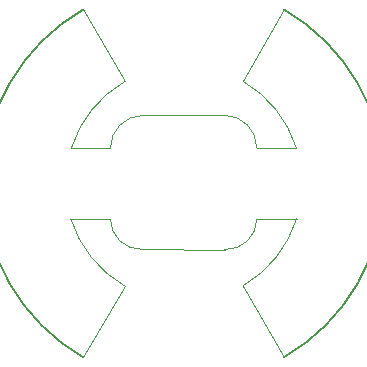
<source format=gbr>
%TF.GenerationSoftware,KiCad,Pcbnew,(7.0.0)*%
%TF.CreationDate,2024-02-03T20:33:07+01:00*%
%TF.ProjectId,Helios_rcv_10xx,48656c69-6f73-45f7-9263-765f31307878,rev?*%
%TF.SameCoordinates,PX9d5b340PY5f5e100*%
%TF.FileFunction,Profile,NP*%
%FSLAX46Y46*%
G04 Gerber Fmt 4.6, Leading zero omitted, Abs format (unit mm)*
G04 Created by KiCad (PCBNEW (7.0.0)) date 2024-02-03 20:33:07*
%MOMM*%
%LPD*%
G01*
G04 APERTURE LIST*
%TA.AperFunction,Profile*%
%ADD10C,0.100000*%
%TD*%
%TA.AperFunction,Profile*%
%ADD11C,0.150000*%
%TD*%
G04 APERTURE END LIST*
D10*
X-3500412Y-5584388D02*
X3500000Y-5600000D01*
X-4974228Y8631747D02*
X-8488077Y14729308D01*
X-9549465Y-3015620D02*
G75*
G03*
X-5000000Y-8676765I9549465J3015620D01*
G01*
X-5000000Y-8676765D02*
X-8488077Y-14729308D01*
X9542510Y3013424D02*
X6193182Y3014582D01*
X6193198Y3014582D02*
G75*
G03*
X3495716Y5760044I-2735998J9718D01*
G01*
X-3450000Y5750000D02*
X3495716Y5760044D01*
D11*
X-8488077Y14729307D02*
G75*
G03*
X-8488077Y-14729307I8486837J-14729307D01*
G01*
D10*
X3500127Y-5596734D02*
G75*
G03*
X6200000Y-3001201I101073J2596834D01*
G01*
X5024170Y-8675165D02*
X8486840Y-14729308D01*
X-4974228Y8631747D02*
G75*
G03*
X-9500000Y3000000I4974228J-8631747D01*
G01*
X9542510Y3013424D02*
G75*
G03*
X5007011Y8664299I-9542510J-3013424D01*
G01*
X8486840Y14729308D02*
X5007011Y8664299D01*
X5024170Y-8675165D02*
G75*
G03*
X9564203Y-3004462I-5024170J8675165D01*
G01*
X6200000Y-3001201D02*
X9564203Y-3004462D01*
X-9549465Y-3015620D02*
X-6200000Y-3013217D01*
X-9500000Y3000000D02*
X-6200000Y3000000D01*
X-6200019Y-3013217D02*
G75*
G03*
X-3500412Y-5584388I2586719J13117D01*
G01*
X-3450000Y5750000D02*
G75*
G03*
X-6200000Y3000000I0J-2750000D01*
G01*
D11*
X8486840Y-14729308D02*
G75*
G03*
X8486840Y14729308I-8486840J14729308D01*
G01*
M02*

</source>
